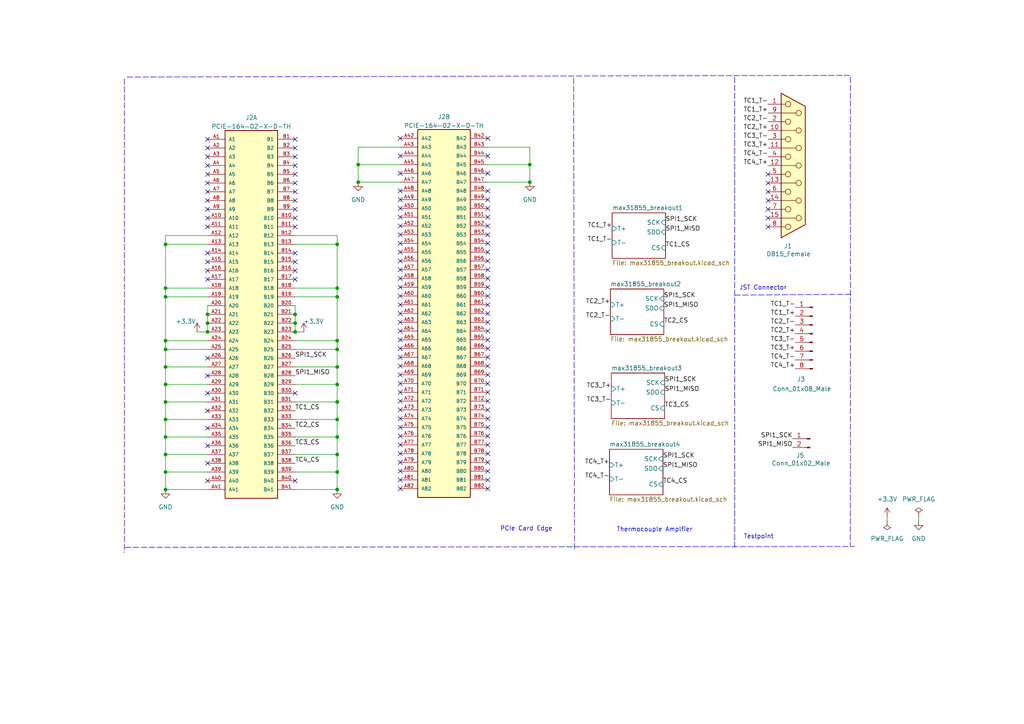
<source format=kicad_sch>
(kicad_sch (version 20211123) (generator eeschema)
  (paper "A4")
  (lib_symbols
    (symbol "Connector:Conn_01x02_Male" (pin_names (offset 1.016) hide)
      (property "Reference" "J" (at 0 2.54 0))
      (property "Value" "Conn_01x02_Male" (at 0 -5.08 0))
      (symbol "Conn_01x02_Male_1_1"
        (polyline (pts (xy 1.27 -2.54) (xy 0.8636 -2.54)) (stroke (width 0.1524)))
        (polyline (pts (xy 1.27 0) (xy 0.8636 0)) (stroke (width 0.1524)))
        (rectangle (start 0.8636 -2.413) (end 0 -2.667) (stroke (width 0.1524)) (fill (type outline)))
        (rectangle (start 0.8636 0.127) (end 0 -0.127) (stroke (width 0.1524)) (fill (type outline)))
        (pin passive line (at 5.08 0 180) (length 3.81) (name "Pin_1") (number "1"))
        (pin passive line (at 5.08 -2.54 180) (length 3.81) (name "Pin_2") (number "2"))
      )
    )
    (symbol "Connector:Conn_01x08_Male" (pin_names (offset 1.016) hide)
      (property "Reference" "J" (at 0 10.16 0))
      (property "Value" "Conn_01x08_Male" (at 0 -12.7 0))
      (symbol "Conn_01x08_Male_1_1"
        (polyline (pts (xy 1.27 -10.16) (xy 0.8636 -10.16)) (stroke (width 0.1524)))
        (polyline (pts (xy 1.27 -7.62) (xy 0.8636 -7.62)) (stroke (width 0.1524)))
        (polyline (pts (xy 1.27 -5.08) (xy 0.8636 -5.08)) (stroke (width 0.1524)))
        (polyline (pts (xy 1.27 -2.54) (xy 0.8636 -2.54)) (stroke (width 0.1524)))
        (polyline (pts (xy 1.27 0) (xy 0.8636 0)) (stroke (width 0.1524)))
        (polyline (pts (xy 1.27 2.54) (xy 0.8636 2.54)) (stroke (width 0.1524)))
        (polyline (pts (xy 1.27 5.08) (xy 0.8636 5.08)) (stroke (width 0.1524)))
        (polyline (pts (xy 1.27 7.62) (xy 0.8636 7.62)) (stroke (width 0.1524)))
        (rectangle (start 0.8636 -10.033) (end 0 -10.287) (stroke (width 0.1524)) (fill (type outline)))
        (rectangle (start 0.8636 -7.493) (end 0 -7.747) (stroke (width 0.1524)) (fill (type outline)))
        (rectangle (start 0.8636 -4.953) (end 0 -5.207) (stroke (width 0.1524)) (fill (type outline)))
        (rectangle (start 0.8636 -2.413) (end 0 -2.667) (stroke (width 0.1524)) (fill (type outline)))
        (rectangle (start 0.8636 0.127) (end 0 -0.127) (stroke (width 0.1524)) (fill (type outline)))
        (rectangle (start 0.8636 2.667) (end 0 2.413) (stroke (width 0.1524)) (fill (type outline)))
        (rectangle (start 0.8636 5.207) (end 0 4.953) (stroke (width 0.1524)) (fill (type outline)))
        (rectangle (start 0.8636 7.747) (end 0 7.493) (stroke (width 0.1524)) (fill (type outline)))
        (pin passive line (at 5.08 7.62 180) (length 3.81) (name "Pin_1") (number "1"))
        (pin passive line (at 5.08 5.08 180) (length 3.81) (name "Pin_2") (number "2"))
        (pin passive line (at 5.08 2.54 180) (length 3.81) (name "Pin_3") (number "3"))
        (pin passive line (at 5.08 0 180) (length 3.81) (name "Pin_4") (number "4"))
        (pin passive line (at 5.08 -2.54 180) (length 3.81) (name "Pin_5") (number "5"))
        (pin passive line (at 5.08 -5.08 180) (length 3.81) (name "Pin_6") (number "6"))
        (pin passive line (at 5.08 -7.62 180) (length 3.81) (name "Pin_7") (number "7"))
        (pin passive line (at 5.08 -10.16 180) (length 3.81) (name "Pin_8") (number "8"))
      )
    )
    (symbol "Connector:DB15_Female" (pin_names (offset 1.016) hide)
      (property "Reference" "J" (at 0.508 21.59 0))
      (property "Value" "DB15_Female" (at 0 -22.225 0))
      (symbol "DB15_Female_0_1"
        (circle (center -1.778 -17.78) (radius 0.762))
        (circle (center -1.778 -12.7) (radius 0.762))
        (circle (center -1.778 -7.62) (radius 0.762))
        (circle (center -1.778 -2.54) (radius 0.762))
        (circle (center -1.778 2.54) (radius 0.762))
        (circle (center -1.778 7.62) (radius 0.762))
        (circle (center -1.778 12.7) (radius 0.762))
        (circle (center -1.778 17.78) (radius 0.762))
        (polyline (pts (xy -3.81 -17.78) (xy -2.54 -17.78)))
        (polyline (pts (xy -3.81 -15.24) (xy 0.508 -15.24)))
        (polyline (pts (xy -3.81 -12.7) (xy -2.54 -12.7)))
        (polyline (pts (xy -3.81 -10.16) (xy 0.508 -10.16)))
        (polyline (pts (xy -3.81 -7.62) (xy -2.54 -7.62)))
        (polyline (pts (xy -3.81 -5.08) (xy 0.508 -5.08)))
        (polyline (pts (xy -3.81 -2.54) (xy -2.54 -2.54)))
        (polyline (pts (xy -3.81 0) (xy 0.508 0)))
        (polyline (pts (xy -3.81 2.54) (xy -2.54 2.54)))
        (polyline (pts (xy -3.81 5.08) (xy 0.508 5.08)))
        (polyline (pts (xy -3.81 7.62) (xy -2.54 7.62)))
        (polyline (pts (xy -3.81 10.16) (xy 0.508 10.16)))
        (polyline (pts (xy -3.81 12.7) (xy -2.54 12.7)))
        (polyline (pts (xy -3.81 15.24) (xy 0.508 15.24)))
        (polyline (pts (xy -3.81 17.78) (xy -2.54 17.78)))
        (polyline (pts (xy -3.81 20.955) (xy 3.175 17.145) (xy 3.175 -17.145) (xy -3.81 -20.955) (xy -3.81 20.955)) (stroke (width 0.254)) (fill (type background)))
        (circle (center 1.27 -15.24) (radius 0.762))
        (circle (center 1.27 -10.16) (radius 0.762))
        (circle (center 1.27 -5.08) (radius 0.762))
        (circle (center 1.27 0) (radius 0.762))
        (circle (center 1.27 5.08) (radius 0.762))
        (circle (center 1.27 10.16) (radius 0.762))
        (circle (center 1.27 15.24) (radius 0.762))
      )
      (symbol "DB15_Female_1_1"
        (pin passive line (at -7.62 17.78 0) (length 3.81) (name "1") (number "1"))
        (pin passive line (at -7.62 10.16 0) (length 3.81) (name "P10") (number "10"))
        (pin passive line (at -7.62 5.08 0) (length 3.81) (name "P111") (number "11"))
        (pin passive line (at -7.62 0 0) (length 3.81) (name "P12") (number "12"))
        (pin passive line (at -7.62 -5.08 0) (length 3.81) (name "P13") (number "13"))
        (pin passive line (at -7.62 -10.16 0) (length 3.81) (name "P14") (number "14"))
        (pin passive line (at -7.62 -15.24 0) (length 3.81) (name "P15") (number "15"))
        (pin passive line (at -7.62 12.7 0) (length 3.81) (name "2") (number "2"))
        (pin passive line (at -7.62 7.62 0) (length 3.81) (name "3") (number "3"))
        (pin passive line (at -7.62 2.54 0) (length 3.81) (name "4") (number "4"))
        (pin passive line (at -7.62 -2.54 0) (length 3.81) (name "5") (number "5"))
        (pin passive line (at -7.62 -7.62 0) (length 3.81) (name "6") (number "6"))
        (pin passive line (at -7.62 -12.7 0) (length 3.81) (name "7") (number "7"))
        (pin passive line (at -7.62 -17.78 0) (length 3.81) (name "8") (number "8"))
        (pin passive line (at -7.62 15.24 0) (length 3.81) (name "P9") (number "9"))
      )
    )
    (symbol "PCIE-164-02-X-D-TH:PCIE-164-02-X-D-TH" (pin_names (offset 1.016))
      (property "Reference" "J" (at -7.62 54.102 0))
      (property "Value" "PCIE-164-02-X-D-TH" (at -7.62 -55.88 0))
      (symbol "PCIE-164-02-X-D-TH_1_0"
        (rectangle (start -7.62 -53.34) (end 7.62 53.34) (stroke (width 0.254)) (fill (type background)))
        (pin passive line (at -12.7 50.8 0) (length 5.08) (name "A1") (number "A1"))
        (pin passive line (at -12.7 27.94 0) (length 5.08) (name "A10") (number "A10"))
        (pin passive line (at -12.7 25.4 0) (length 5.08) (name "A11") (number "A11"))
        (pin passive line (at -12.7 22.86 0) (length 5.08) (name "A12") (number "A12"))
        (pin passive line (at -12.7 20.32 0) (length 5.08) (name "A13") (number "A13"))
        (pin passive line (at -12.7 17.78 0) (length 5.08) (name "A14") (number "A14"))
        (pin passive line (at -12.7 15.24 0) (length 5.08) (name "A15") (number "A15"))
        (pin passive line (at -12.7 12.7 0) (length 5.08) (name "A16") (number "A16"))
        (pin passive line (at -12.7 10.16 0) (length 5.08) (name "A17") (number "A17"))
        (pin passive line (at -12.7 7.62 0) (length 5.08) (name "A18") (number "A18"))
        (pin passive line (at -12.7 5.08 0) (length 5.08) (name "A19") (number "A19"))
        (pin passive line (at -12.7 48.26 0) (length 5.08) (name "A2") (number "A2"))
        (pin passive line (at -12.7 2.54 0) (length 5.08) (name "A20") (number "A20"))
        (pin passive line (at -12.7 0 0) (length 5.08) (name "A21") (number "A21"))
        (pin passive line (at -12.7 -2.54 0) (length 5.08) (name "A22") (number "A22"))
        (pin passive line (at -12.7 -5.08 0) (length 5.08) (name "A23") (number "A23"))
        (pin passive line (at -12.7 -7.62 0) (length 5.08) (name "A24") (number "A24"))
        (pin passive line (at -12.7 -10.16 0) (length 5.08) (name "A25") (number "A25"))
        (pin passive line (at -12.7 -12.7 0) (length 5.08) (name "A26") (number "A26"))
        (pin passive line (at -12.7 -15.24 0) (length 5.08) (name "A27") (number "A27"))
        (pin passive line (at -12.7 -17.78 0) (length 5.08) (name "A28") (number "A28"))
        (pin passive line (at -12.7 -20.32 0) (length 5.08) (name "A29") (number "A29"))
        (pin passive line (at -12.7 45.72 0) (length 5.08) (name "A3") (number "A3"))
        (pin passive line (at -12.7 -22.86 0) (length 5.08) (name "A30") (number "A30"))
        (pin passive line (at -12.7 -25.4 0) (length 5.08) (name "A31") (number "A31"))
        (pin passive line (at -12.7 -27.94 0) (length 5.08) (name "A32") (number "A32"))
        (pin passive line (at -12.7 -30.48 0) (length 5.08) (name "A33") (number "A33"))
        (pin passive line (at -12.7 -33.02 0) (length 5.08) (name "A34") (number "A34"))
        (pin passive line (at -12.7 -35.56 0) (length 5.08) (name "A35") (number "A35"))
        (pin passive line (at -12.7 -38.1 0) (length 5.08) (name "A36") (number "A36"))
        (pin passive line (at -12.7 -40.64 0) (length 5.08) (name "A37") (number "A37"))
        (pin passive line (at -12.7 -43.18 0) (length 5.08) (name "A38") (number "A38"))
        (pin passive line (at -12.7 -45.72 0) (length 5.08) (name "A39") (number "A39"))
        (pin passive line (at -12.7 43.18 0) (length 5.08) (name "A4") (number "A4"))
        (pin passive line (at -12.7 -48.26 0) (length 5.08) (name "A40") (number "A40"))
        (pin passive line (at -12.7 -50.8 0) (length 5.08) (name "A41") (number "A41"))
        (pin passive line (at -12.7 40.64 0) (length 5.08) (name "A5") (number "A5"))
        (pin passive line (at -12.7 38.1 0) (length 5.08) (name "A6") (number "A6"))
        (pin passive line (at -12.7 35.56 0) (length 5.08) (name "A7") (number "A7"))
        (pin passive line (at -12.7 33.02 0) (length 5.08) (name "A8") (number "A8"))
        (pin passive line (at -12.7 30.48 0) (length 5.08) (name "A9") (number "A9"))
        (pin passive line (at 12.7 50.8 180) (length 5.08) (name "B1") (number "B1"))
        (pin passive line (at 12.7 27.94 180) (length 5.08) (name "B10") (number "B10"))
        (pin passive line (at 12.7 25.4 180) (length 5.08) (name "B11") (number "B11"))
        (pin passive line (at 12.7 22.86 180) (length 5.08) (name "B12") (number "B12"))
        (pin passive line (at 12.7 20.32 180) (length 5.08) (name "B13") (number "B13"))
        (pin passive line (at 12.7 17.78 180) (length 5.08) (name "B14") (number "B14"))
        (pin passive line (at 12.7 15.24 180) (length 5.08) (name "B15") (number "B15"))
        (pin passive line (at 12.7 12.7 180) (length 5.08) (name "B16") (number "B16"))
        (pin passive line (at 12.7 10.16 180) (length 5.08) (name "B17") (number "B17"))
        (pin passive line (at 12.7 7.62 180) (length 5.08) (name "B18") (number "B18"))
        (pin passive line (at 12.7 5.08 180) (length 5.08) (name "B19") (number "B19"))
        (pin passive line (at 12.7 48.26 180) (length 5.08) (name "B2") (number "B2"))
        (pin passive line (at 12.7 2.54 180) (length 5.08) (name "B20") (number "B20"))
        (pin passive line (at 12.7 0 180) (length 5.08) (name "B21") (number "B21"))
        (pin passive line (at 12.7 -2.54 180) (length 5.08) (name "B22") (number "B22"))
        (pin passive line (at 12.7 -5.08 180) (length 5.08) (name "B23") (number "B23"))
        (pin passive line (at 12.7 -7.62 180) (length 5.08) (name "B24") (number "B24"))
        (pin passive line (at 12.7 -10.16 180) (length 5.08) (name "B25") (number "B25"))
        (pin passive line (at 12.7 -12.7 180) (length 5.08) (name "B26") (number "B26"))
        (pin passive line (at 12.7 -15.24 180) (length 5.08) (name "B27") (number "B27"))
        (pin passive line (at 12.7 -17.78 180) (length 5.08) (name "B28") (number "B28"))
        (pin passive line (at 12.7 -20.32 180) (length 5.08) (name "B29") (number "B29"))
        (pin passive line (at 12.7 45.72 180) (length 5.08) (name "B3") (number "B3"))
        (pin passive line (at 12.7 -22.86 180) (length 5.08) (name "B30") (number "B30"))
        (pin passive line (at 12.7 -25.4 180) (length 5.08) (name "B31") (number "B31"))
        (pin passive line (at 12.7 -27.94 180) (length 5.08) (name "B32") (number "B32"))
        (pin passive line (at 12.7 -30.48 180) (length 5.08) (name "B33") (number "B33"))
        (pin passive line (at 12.7 -33.02 180) (length 5.08) (name "B34") (number "B34"))
        (pin passive line (at 12.7 -35.56 180) (length 5.08) (name "B35") (number "B35"))
        (pin passive line (at 12.7 -38.1 180) (length 5.08) (name "B36") (number "B36"))
        (pin passive line (at 12.7 -40.64 180) (length 5.08) (name "B37") (number "B37"))
        (pin passive line (at 12.7 -43.18 180) (length 5.08) (name "B38") (number "B38"))
        (pin passive line (at 12.7 -45.72 180) (length 5.08) (name "B39") (number "B39"))
        (pin passive line (at 12.7 43.18 180) (length 5.08) (name "B4") (number "B4"))
        (pin passive line (at 12.7 -48.26 180) (length 5.08) (name "B40") (number "B40"))
        (pin passive line (at 12.7 -50.8 180) (length 5.08) (name "B41") (number "B41"))
        (pin passive line (at 12.7 40.64 180) (length 5.08) (name "B5") (number "B5"))
        (pin passive line (at 12.7 38.1 180) (length 5.08) (name "B6") (number "B6"))
        (pin passive line (at 12.7 35.56 180) (length 5.08) (name "B7") (number "B7"))
        (pin passive line (at 12.7 33.02 180) (length 5.08) (name "B8") (number "B8"))
        (pin passive line (at 12.7 30.48 180) (length 5.08) (name "B9") (number "B9"))
      )
      (symbol "PCIE-164-02-X-D-TH_2_0"
        (rectangle (start -7.62 -53.34) (end 7.62 53.34) (stroke (width 0.254)) (fill (type background)))
        (pin passive line (at -12.7 50.8 0) (length 5.08) (name "A42") (number "A42"))
        (pin passive line (at -12.7 48.26 0) (length 5.08) (name "A43") (number "A43"))
        (pin passive line (at -12.7 45.72 0) (length 5.08) (name "A44") (number "A44"))
        (pin passive line (at -12.7 43.18 0) (length 5.08) (name "A45") (number "A45"))
        (pin passive line (at -12.7 40.64 0) (length 5.08) (name "A46") (number "A46"))
        (pin passive line (at -12.7 38.1 0) (length 5.08) (name "A47") (number "A47"))
        (pin passive line (at -12.7 35.56 0) (length 5.08) (name "A48") (number "A48"))
        (pin passive line (at -12.7 33.02 0) (length 5.08) (name "A49") (number "A49"))
        (pin passive line (at -12.7 30.48 0) (length 5.08) (name "A50") (number "A50"))
        (pin passive line (at -12.7 27.94 0) (length 5.08) (name "A51") (number "A51"))
        (pin passive line (at -12.7 25.4 0) (length 5.08) (name "A52") (number "A52"))
        (pin passive line (at -12.7 22.86 0) (length 5.08) (name "A53") (number "A53"))
        (pin passive line (at -12.7 20.32 0) (length 5.08) (name "A54") (number "A54"))
        (pin passive line (at -12.7 17.78 0) (length 5.08) (name "A55") (number "A55"))
        (pin passive line (at -12.7 15.24 0) (length 5.08) (name "A56") (number "A56"))
        (pin passive line (at -12.7 12.7 0) (length 5.08) (name "A57") (number "A57"))
        (pin passive line (at -12.7 10.16 0) (length 5.08) (name "A58") (number "A58"))
        (pin passive line (at -12.7 7.62 0) (length 5.08) (name "A59") (number "A59"))
        (pin passive line (at -12.7 5.08 0) (length 5.08) (name "A60") (number "A60"))
        (pin passive line (at -12.7 2.54 0) (length 5.08) (name "A61") (number "A61"))
        (pin passive line (at -12.7 0 0) (length 5.08) (name "A62") (number "A62"))
        (pin passive line (at -12.7 -2.54 0) (length 5.08) (name "A63") (number "A63"))
        (pin passive line (at -12.7 -5.08 0) (length 5.08) (name "A64") (number "A64"))
        (pin passive line (at -12.7 -7.62 0) (length 5.08) (name "A65") (number "A65"))
        (pin passive line (at -12.7 -10.16 0) (length 5.08) (name "A66") (number "A66"))
        (pin passive line (at -12.7 -12.7 0) (length 5.08) (name "A67") (number "A67"))
        (pin passive line (at -12.7 -15.24 0) (length 5.08) (name "A68") (number "A68"))
        (pin passive line (at -12.7 -17.78 0) (length 5.08) (name "A69") (number "A69"))
        (pin passive line (at -12.7 -20.32 0) (length 5.08) (name "A70") (number "A70"))
        (pin passive line (at -12.7 -22.86 0) (length 5.08) (name "A71") (number "A71"))
        (pin passive line (at -12.7 -25.4 0) (length 5.08) (name "A72") (number "A72"))
        (pin passive line (at -12.7 -27.94 0) (length 5.08) (name "A73") (number "A73"))
        (pin passive line (at -12.7 -30.48 0) (length 5.08) (name "A74") (number "A74"))
        (pin passive line (at -12.7 -33.02 0) (length 5.08) (name "A75") (number "A75"))
        (pin passive line (at -12.7 -35.56 0) (length 5.08) (name "A76") (number "A76"))
        (pin passive line (at -12.7 -38.1 0) (length 5.08) (name "A77") (number "A77"))
        (pin passive line (at -12.7 -40.64 0) (length 5.08) (name "A78") (number "A78"))
        (pin passive line (at -12.7 -43.18 0) (length 5.08) (name "A79") (number "A79"))
        (pin passive line (at -12.7 -45.72 0) (length 5.08) (name "A80") (number "A80"))
        (pin passive line (at -12.7 -48.26 0) (length 5.08) (name "A81") (number "A81"))
        (pin passive line (at -12.7 -50.8 0) (length 5.08) (name "A82") (number "A82"))
        (pin passive line (at 12.7 50.8 180) (length 5.08) (name "B42") (number "B42"))
        (pin passive line (at 12.7 48.26 180) (length 5.08) (name "B43") (number "B43"))
        (pin passive line (at 12.7 45.72 180) (length 5.08) (name "B44") (number "B44"))
        (pin passive line (at 12.7 43.18 180) (length 5.08) (name "B45") (number "B45"))
        (pin passive line (at 12.7 40.64 180) (length 5.08) (name "B46") (number "B46"))
        (pin passive line (at 12.7 38.1 180) (length 5.08) (name "B47") (number "B47"))
        (pin passive line (at 12.7 35.56 180) (length 5.08) (name "B48") (number "B48"))
        (pin passive line (at 12.7 33.02 180) (length 5.08) (name "B49") (number "B49"))
        (pin passive line (at 12.7 30.48 180) (length 5.08) (name "B50") (number "B50"))
        (pin passive line (at 12.7 27.94 180) (length 5.08) (name "B51") (number "B51"))
        (pin passive line (at 12.7 25.4 180) (length 5.08) (name "B52") (number "B52"))
        (pin passive line (at 12.7 22.86 180) (length 5.08) (name "B53") (number "B53"))
        (pin passive line (at 12.7 20.32 180) (length 5.08) (name "B54") (number "B54"))
        (pin passive line (at 12.7 17.78 180) (length 5.08) (name "B55") (number "B55"))
        (pin passive line (at 12.7 15.24 180) (length 5.08) (name "B56") (number "B56"))
        (pin passive line (at 12.7 12.7 180) (length 5.08) (name "B57") (number "B57"))
        (pin passive line (at 12.7 10.16 180) (length 5.08) (name "B58") (number "B58"))
        (pin passive line (at 12.7 7.62 180) (length 5.08) (name "B59") (number "B59"))
        (pin passive line (at 12.7 5.08 180) (length 5.08) (name "B60") (number "B60"))
        (pin passive line (at 12.7 2.54 180) (length 5.08) (name "B61") (number "B61"))
        (pin passive line (at 12.7 0 180) (length 5.08) (name "B62") (number "B62"))
        (pin passive line (at 12.7 -2.54 180) (length 5.08) (name "B63") (number "B63"))
        (pin passive line (at 12.7 -5.08 180) (length 5.08) (name "B64") (number "B64"))
        (pin passive line (at 12.7 -7.62 180) (length 5.08) (name "B65") (number "B65"))
        (pin passive line (at 12.7 -10.16 180) (length 5.08) (name "B66") (number "B66"))
        (pin passive line (at 12.7 -12.7 180) (length 5.08) (name "B67") (number "B67"))
        (pin passive line (at 12.7 -15.24 180) (length 5.08) (name "B68") (number "B68"))
        (pin passive line (at 12.7 -17.78 180) (length 5.08) (name "B69") (number "B69"))
        (pin passive line (at 12.7 -20.32 180) (length 5.08) (name "B70") (number "B70"))
        (pin passive line (at 12.7 -22.86 180) (length 5.08) (name "B71") (number "B71"))
        (pin passive line (at 12.7 -25.4 180) (length 5.08) (name "B72") (number "B72"))
        (pin passive line (at 12.7 -27.94 180) (length 5.08) (name "B73") (number "B73"))
        (pin passive line (at 12.7 -30.48 180) (length 5.08) (name "B74") (number "B74"))
        (pin passive line (at 12.7 -33.02 180) (length 5.08) (name "B75") (number "B75"))
        (pin passive line (at 12.7 -35.56 180) (length 5.08) (name "B76") (number "B76"))
        (pin passive line (at 12.7 -38.1 180) (length 5.08) (name "B77") (number "B77"))
        (pin passive line (at 12.7 -40.64 180) (length 5.08) (name "B78") (number "B78"))
        (pin passive line (at 12.7 -43.18 180) (length 5.08) (name "B79") (number "B79"))
        (pin passive line (at 12.7 -45.72 180) (length 5.08) (name "B80") (number "B80"))
        (pin passive line (at 12.7 -48.26 180) (length 5.08) (name "B81") (number "B81"))
        (pin passive line (at 12.7 -50.8 180) (length 5.08) (name "B82") (number "B82"))
      )
    )
    (symbol "power:+3.3V" (power) (pin_names (offset 0))
      (property "Value" "+3.3V" (at 0 3.556 0))
      (symbol "+3.3V_0_1"
        (polyline (pts (xy -0.762 1.27) (xy 0 2.54)))
        (polyline (pts (xy 0 0) (xy 0 2.54)))
        (polyline (pts (xy 0 2.54) (xy 0.762 1.27)))
      )
      (symbol "+3.3V_1_1"
        (pin power_in line (at 0 0 90) (length 0) hide (name "+3.3V") (number "1"))
      )
    )
    (symbol "power:GND" (power) (pin_names (offset 0))
      (property "Value" "GND" (at 0 -3.81 0))
      (symbol "GND_0_1"
        (polyline (pts (xy 0 0) (xy 0 -1.27) (xy 1.27 -1.27) (xy 0 -2.54) (xy -1.27 -1.27) (xy 0 -1.27)))
      )
      (symbol "GND_1_1"
        (pin power_in line (at 0 0 270) (length 0) hide (name "GND") (number "1"))
      )
    )
    (symbol "power:PWR_FLAG" (power) (pin_numbers hide) (pin_names (offset 0) hide)
      (property "Value" "PWR_FLAG" (at 0 3.81 0))
      (symbol "PWR_FLAG_0_0"
        (pin power_out line (at 0 0 90) (length 0) (name "pwr") (number "1"))
      )
      (symbol "PWR_FLAG_0_1"
        (polyline (pts (xy 0 0) (xy 0 1.27) (xy -1.016 1.905) (xy 0 2.54) (xy 1.016 1.905) (xy 0 1.27)))
      )
    )
  )
  (junction (at 103.886 52.832))
  (junction (at 48.006 141.986))
  (junction (at 97.79 70.866))
  (junction (at 48.006 98.806))
  (junction (at 48.006 106.426))
  (junction (at 48.006 111.506))
  (junction (at 153.67 52.832))
  (junction (at 97.79 106.426))
  (junction (at 97.79 141.986))
  (junction (at 48.006 86.106))
  (junction (at 48.006 121.666))
  (junction (at 60.198 96.266))
  (junction (at 85.598 96.266))
  (junction (at 97.79 116.586))
  (junction (at 103.886 47.752))
  (junction (at 48.006 83.566))
  (junction (at 85.598 91.186))
  (junction (at 97.79 131.826))
  (junction (at 48.006 136.906))
  (junction (at 97.79 136.906))
  (junction (at 48.006 101.346))
  (junction (at 60.198 91.186))
  (junction (at 97.79 83.566))
  (junction (at 48.006 116.586))
  (junction (at 97.79 98.806))
  (junction (at 97.79 86.106))
  (junction (at 48.006 131.826))
  (junction (at 48.006 126.746))
  (junction (at 60.198 93.726))
  (junction (at 48.006 70.866))
  (junction (at 97.79 101.346))
  (junction (at 85.598 93.726))
  (junction (at 97.79 126.746))
  (junction (at 153.67 47.752))
  (junction (at 97.79 121.666))
  (junction (at 97.79 111.506))
  (no_connect (at 141.478 126.492))
  (no_connect (at 141.478 108.712))
  (no_connect (at 60.198 108.966))
  (no_connect (at 60.198 48.006))
  (no_connect (at 141.478 50.292))
  (no_connect (at 141.478 96.012))
  (no_connect (at 141.478 80.772))
  (no_connect (at 116.078 45.212))
  (no_connect (at 141.478 85.852))
  (no_connect (at 116.078 129.032))
  (no_connect (at 85.598 78.486))
  (no_connect (at 141.478 40.132))
  (no_connect (at 116.078 90.932))
  (no_connect (at 141.478 93.472))
  (no_connect (at 222.758 50.546))
  (no_connect (at 85.598 58.166))
  (no_connect (at 60.198 139.446))
  (no_connect (at 141.478 88.392))
  (no_connect (at 60.198 129.286))
  (no_connect (at 116.078 111.252))
  (no_connect (at 85.598 40.386))
  (no_connect (at 222.758 53.086))
  (no_connect (at 116.078 118.872))
  (no_connect (at 116.078 121.412))
  (no_connect (at 85.598 42.926))
  (no_connect (at 60.198 65.786))
  (no_connect (at 222.758 58.166))
  (no_connect (at 222.758 60.706))
  (no_connect (at 116.078 123.952))
  (no_connect (at 116.078 60.452))
  (no_connect (at 116.078 50.292))
  (no_connect (at 116.078 70.612))
  (no_connect (at 85.598 60.706))
  (no_connect (at 60.198 42.926))
  (no_connect (at 116.078 108.712))
  (no_connect (at 116.078 75.692))
  (no_connect (at 141.478 116.332))
  (no_connect (at 116.078 80.772))
  (no_connect (at 141.478 57.912))
  (no_connect (at 60.198 63.246))
  (no_connect (at 116.078 78.232))
  (no_connect (at 85.598 50.546))
  (no_connect (at 116.078 106.172))
  (no_connect (at 116.078 85.852))
  (no_connect (at 85.598 73.406))
  (no_connect (at 141.478 65.532))
  (no_connect (at 60.198 45.466))
  (no_connect (at 116.078 136.652))
  (no_connect (at 222.758 63.246))
  (no_connect (at 222.758 55.626))
  (no_connect (at 60.198 73.406))
  (no_connect (at 141.478 62.992))
  (no_connect (at 141.478 101.092))
  (no_connect (at 60.198 55.626))
  (no_connect (at 85.598 55.626))
  (no_connect (at 116.078 139.192))
  (no_connect (at 141.478 98.552))
  (no_connect (at 116.078 126.492))
  (no_connect (at 141.478 70.612))
  (no_connect (at 116.078 103.632))
  (no_connect (at 141.478 45.212))
  (no_connect (at 85.598 114.046))
  (no_connect (at 141.478 141.732))
  (no_connect (at 116.078 88.392))
  (no_connect (at 141.478 55.372))
  (no_connect (at 60.198 103.886))
  (no_connect (at 116.078 96.012))
  (no_connect (at 60.198 53.086))
  (no_connect (at 141.478 131.572))
  (no_connect (at 60.198 81.026))
  (no_connect (at 141.478 121.412))
  (no_connect (at 116.078 134.112))
  (no_connect (at 141.478 73.152))
  (no_connect (at 85.598 53.086))
  (no_connect (at 116.078 62.992))
  (no_connect (at 116.078 68.072))
  (no_connect (at 141.478 123.952))
  (no_connect (at 141.478 68.072))
  (no_connect (at 141.478 134.112))
  (no_connect (at 60.198 60.706))
  (no_connect (at 60.198 58.166))
  (no_connect (at 85.598 75.946))
  (no_connect (at 60.198 50.546))
  (no_connect (at 141.478 113.792))
  (no_connect (at 116.078 40.132))
  (no_connect (at 116.078 65.532))
  (no_connect (at 116.078 131.572))
  (no_connect (at 116.078 57.912))
  (no_connect (at 141.478 90.932))
  (no_connect (at 141.478 103.632))
  (no_connect (at 141.478 83.312))
  (no_connect (at 141.478 75.692))
  (no_connect (at 141.478 60.452))
  (no_connect (at 141.478 129.032))
  (no_connect (at 222.758 65.786))
  (no_connect (at 60.198 134.366))
  (no_connect (at 116.078 141.732))
  (no_connect (at 85.598 139.446))
  (no_connect (at 60.198 75.946))
  (no_connect (at 141.478 136.652))
  (no_connect (at 141.478 118.872))
  (no_connect (at 60.198 124.206))
  (no_connect (at 85.598 81.026))
  (no_connect (at 116.078 93.472))
  (no_connect (at 60.198 114.046))
  (no_connect (at 141.478 78.232))
  (no_connect (at 116.078 113.792))
  (no_connect (at 116.078 116.332))
  (no_connect (at 60.198 78.486))
  (no_connect (at 116.078 98.552))
  (no_connect (at 116.078 101.092))
  (no_connect (at 141.478 111.252))
  (no_connect (at 85.598 48.006))
  (no_connect (at 85.598 45.466))
  (no_connect (at 116.078 73.152))
  (no_connect (at 141.478 106.172))
  (no_connect (at 60.198 40.386))
  (no_connect (at 141.478 139.192))
  (no_connect (at 116.078 83.312))
  (no_connect (at 85.598 65.786))
  (no_connect (at 116.078 55.372))
  (no_connect (at 60.198 119.126))
  (no_connect (at 85.598 63.246))
  (wire (pts (xy 97.79 111.506) (xy 97.79 116.586)))
  (wire (pts (xy 48.006 101.346) (xy 60.198 101.346)))
  (wire (pts (xy 60.198 70.866) (xy 48.006 70.866)))
  (wire (pts (xy 48.006 68.326) (xy 60.198 68.326)))
  (polyline (pts (xy 213.106 22.352) (xy 213.106 158.75)))
  (wire (pts (xy 48.006 70.866) (xy 48.006 83.566)))
  (wire (pts (xy 97.79 141.986) (xy 85.598 141.986)))
  (wire (pts (xy 153.67 42.672) (xy 141.478 42.672)))
  (wire (pts (xy 266.446 149.86) (xy 266.446 151.13)))
  (wire (pts (xy 48.006 101.346) (xy 48.006 106.426)))
  (wire (pts (xy 97.79 106.426) (xy 97.79 111.506)))
  (wire (pts (xy 97.79 83.566) (xy 85.598 83.566)))
  (wire (pts (xy 85.598 93.726) (xy 85.598 96.266)))
  (wire (pts (xy 97.79 126.746) (xy 85.598 126.746)))
  (wire (pts (xy 97.79 121.666) (xy 85.598 121.666)))
  (wire (pts (xy 97.79 126.746) (xy 97.79 121.666)))
  (wire (pts (xy 97.79 101.346) (xy 85.598 101.346)))
  (wire (pts (xy 48.006 126.746) (xy 60.198 126.746)))
  (wire (pts (xy 97.79 136.906) (xy 85.598 136.906)))
  (wire (pts (xy 48.006 131.826) (xy 48.006 136.906)))
  (wire (pts (xy 48.006 116.586) (xy 60.198 116.586)))
  (polyline (pts (xy 213.106 85.598) (xy 246.888 85.344)))
  (polyline (pts (xy 36.068 22.86) (xy 36.068 160.274)))
  (wire (pts (xy 97.79 136.906) (xy 97.79 141.986)))
  (wire (pts (xy 153.67 47.752) (xy 141.478 47.752)))
  (wire (pts (xy 85.598 88.646) (xy 85.598 91.186)))
  (wire (pts (xy 97.79 106.426) (xy 85.598 106.426)))
  (wire (pts (xy 48.006 106.426) (xy 60.198 106.426)))
  (wire (pts (xy 48.006 106.426) (xy 48.006 111.506)))
  (wire (pts (xy 60.198 93.726) (xy 60.198 96.266)))
  (wire (pts (xy 97.79 83.566) (xy 97.79 86.106)))
  (wire (pts (xy 103.886 42.672) (xy 103.886 47.752)))
  (polyline (pts (xy 166.624 159.258) (xy 166.37 22.352)))
  (wire (pts (xy 85.598 98.806) (xy 97.79 98.806)))
  (wire (pts (xy 97.79 70.866) (xy 97.79 83.566)))
  (wire (pts (xy 103.886 42.672) (xy 116.078 42.672)))
  (wire (pts (xy 103.886 47.752) (xy 103.886 52.832)))
  (wire (pts (xy 85.598 96.266) (xy 88.138 96.266)))
  (wire (pts (xy 97.79 98.806) (xy 97.79 101.346)))
  (wire (pts (xy 60.198 88.646) (xy 60.198 91.186)))
  (wire (pts (xy 48.006 68.326) (xy 48.006 70.866)))
  (wire (pts (xy 48.006 126.746) (xy 48.006 121.666)))
  (wire (pts (xy 48.006 98.806) (xy 48.006 86.106)))
  (polyline (pts (xy 36.322 158.75) (xy 247.904 158.496)))
  (wire (pts (xy 97.79 98.806) (xy 97.79 86.106)))
  (wire (pts (xy 48.006 98.806) (xy 48.006 101.346)))
  (polyline (pts (xy 36.83 22.352) (xy 247.142 21.844)))
  (wire (pts (xy 48.006 121.666) (xy 60.198 121.666)))
  (wire (pts (xy 85.598 91.186) (xy 85.598 93.726)))
  (wire (pts (xy 48.006 111.506) (xy 48.006 116.586)))
  (wire (pts (xy 97.79 101.346) (xy 97.79 106.426)))
  (wire (pts (xy 57.15 96.266) (xy 60.198 96.266)))
  (wire (pts (xy 97.79 111.506) (xy 85.598 111.506)))
  (wire (pts (xy 103.886 47.752) (xy 116.078 47.752)))
  (wire (pts (xy 103.886 52.832) (xy 116.078 52.832)))
  (wire (pts (xy 48.006 131.826) (xy 60.198 131.826)))
  (wire (pts (xy 97.79 68.326) (xy 85.598 68.326)))
  (wire (pts (xy 97.79 121.666) (xy 97.79 116.586)))
  (wire (pts (xy 48.006 86.106) (xy 60.198 86.106)))
  (wire (pts (xy 60.198 98.806) (xy 48.006 98.806)))
  (wire (pts (xy 48.006 136.906) (xy 60.198 136.906)))
  (wire (pts (xy 97.79 131.826) (xy 85.598 131.826)))
  (wire (pts (xy 257.302 151.13) (xy 257.302 149.86)))
  (wire (pts (xy 85.598 70.866) (xy 97.79 70.866)))
  (wire (pts (xy 48.006 121.666) (xy 48.006 116.586)))
  (wire (pts (xy 97.79 86.106) (xy 85.598 86.106)))
  (wire (pts (xy 48.006 83.566) (xy 48.006 86.106)))
  (wire (pts (xy 153.67 47.752) (xy 153.67 52.832)))
  (wire (pts (xy 97.79 126.746) (xy 97.79 131.826)))
  (wire (pts (xy 97.79 131.826) (xy 97.79 136.906)))
  (wire (pts (xy 60.198 91.186) (xy 60.198 93.726)))
  (wire (pts (xy 97.79 116.586) (xy 85.598 116.586)))
  (wire (pts (xy 48.006 136.906) (xy 48.006 141.986)))
  (wire (pts (xy 48.006 126.746) (xy 48.006 131.826)))
  (polyline (pts (xy 246.634 22.352) (xy 246.634 158.242)))
  (wire (pts (xy 97.79 68.326) (xy 97.79 70.866)))
  (wire (pts (xy 48.006 83.566) (xy 60.198 83.566)))
  (wire (pts (xy 153.67 42.672) (xy 153.67 47.752)))
  (wire (pts (xy 48.006 111.506) (xy 60.198 111.506)))
  (wire (pts (xy 153.67 52.832) (xy 141.478 52.832)))
  (wire (pts (xy 48.006 141.986) (xy 60.198 141.986)))
  (text "Testpoint" (at 215.646 156.464 0) (effects (font (size 1.27 1.27)) (justify left bottom)))
  (text "JST Connector" (at 214.376 84.328 0) (effects (font (size 1.27 1.27)) (justify left bottom)))
  (text "PCIe Card Edge" (at 145.034 154.178 0) (effects (font (size 1.27 1.27)) (justify left bottom)))
  (text "Thermocouple Amplfier" (at 178.816 154.432 0) (effects (font (size 1.27 1.27)) (justify left bottom)))
  (label "TC3_T+" (at 177.292 112.776 180))
  (label "TC2_T+" (at 230.632 96.774 180))
  (label "TC4_T-" (at 230.632 104.394 180))
  (label "TC4_T+" (at 230.632 106.934 180))
  (label "SPI1_SCK" (at 192.786 110.998 0))
  (label "TC3_CS" (at 192.786 118.364 0))
  (label "TC3_CS" (at 85.598 129.286 0))
  (label "TC2_CS" (at 192.532 93.98 0))
  (label "TC1_T-" (at 177.546 70.358 180))
  (label "TC4_T+" (at 176.784 134.874 180))
  (label "TC1_T-" (at 230.632 89.154 180))
  (label "TC1_CS" (at 85.598 119.126 0))
  (label "SPI1_SCK" (at 192.532 86.614 0))
  (label "TC2_T+" (at 177.038 88.392 180))
  (label "TC1_CS" (at 193.04 71.882 0))
  (label "SPI1_SCK" (at 229.87 127.254 180))
  (label "TC3_T+" (at 222.758 42.926 180))
  (label "TC4_T+" (at 222.758 48.006 180))
  (label "SPI1_MISO" (at 229.87 129.794 180))
  (label "TC2_T-" (at 230.632 94.234 180))
  (label "TC4_T-" (at 222.758 45.466 180))
  (label "SPI1_MISO" (at 192.786 113.792 0))
  (label "SPI1_MISO" (at 193.04 67.31 0))
  (label "SPI1_MISO" (at 192.278 135.89 0))
  (label "SPI1_MISO" (at 85.598 108.966 0))
  (label "TC4_CS" (at 85.598 134.366 0))
  (label "SPI1_MISO" (at 192.532 89.408 0))
  (label "TC2_CS" (at 85.598 124.206 0))
  (label "TC4_T-" (at 176.784 138.938 180))
  (label "TC4_CS" (at 192.278 140.462 0))
  (label "TC1_T+" (at 177.546 66.294 180))
  (label "TC1_T+" (at 230.632 91.694 180))
  (label "SPI1_SCK" (at 85.598 103.886 0))
  (label "TC3_T-" (at 177.292 116.84 180))
  (label "TC3_T+" (at 230.632 101.854 180))
  (label "TC1_T-" (at 222.758 30.226 180))
  (label "SPI1_SCK" (at 192.278 133.096 0))
  (label "TC3_T-" (at 222.758 40.386 180))
  (label "TC1_T+" (at 222.758 32.766 180))
  (label "TC2_T-" (at 177.038 92.456 180))
  (label "SPI1_SCK" (at 193.04 64.516 0))
  (label "TC3_T-" (at 230.632 99.314 180))
  (label "TC2_T+" (at 222.758 37.846 180))
  (label "TC2_T-" (at 222.758 35.306 180))
  (symbol (lib_id "PCIE-164-02-X-D-TH:PCIE-164-02-X-D-TH") (at 72.898 91.186 0) (unit 1)
    (property "Reference" "J2" (at 72.898 34.1462 0))
    (property "Value" "PCIE-164-02-X-D-TH" (at 72.898 36.6831 0))
    (property "Footprint" "PCIE-164-02-X-D-TH:SAMTEC_PCIE-164-02-X-D-TH" (effects hide))
    (property "MF" "Samtec" (effects hide))
    (property "DESCRIPTION" "164 Position Female Connector PCI Express™ Gold 0.039 (1.00mm) Black" (effects hide))
    (property "PACKAGE" "None" (effects hide))
    (property "PRICE" "None" (effects hide))
    (property "Package" "None" (effects hide))
    (property "Check_prices" "https://www.snapeda.com/parts/PCIE-164-02-F-D-TH/Samtec+Inc./view-part/?ref=eda" (effects hide))
    (property "Price" "None" (effects hide))
    (property "SnapEDA_Link" "https://www.snapeda.com/parts/PCIE-164-02-F-D-TH/Samtec+Inc./view-part/?ref=snap" (effects hide))
    (property "MP" "PCIE-164-02-F-D-TH" (effects hide))
    (property "Purchase-URL" "https://www.snapeda.com/api/url_track_click_mouser/?unipart_id=378864&manufacturer=Samtec&part_name=PCIE-164-02-F-D-TH&search_term=pcie-164-02-f-d-th" (effects hide))
    (property "Availability" "In Stock" (effects hide))
    (property "AVAILABILITY" "Warning" (effects hide))
    (property "Description" "\n164 Position Female Connector PCI Express™ Gold 0.039 (1.00mm) Black\n" (effects hide))
  )
  (symbol (lib_id "power:GND") (at 97.79 141.986 0) (mirror y) (unit 1)
    (property "Reference" "#PWR06" (effects hide))
    (property "Value" "GND" (at 97.79 147.066 0))
  )
  (symbol (lib_id "Connector:DB15_Female") (at 230.378 48.006 0) (unit 1)
    (property "Reference" "J1" (at 227.33 71.374 0) (effects (justify left)))
    (property "Value" "DB15_Female" (at 222.25 73.66 0) (effects (justify left)))
    (property "Footprint" "DSUB_622-015-260-042:DSUB_622-015-260-042" (effects hide))
    (property "Datasheet" " ~" (effects hide))
  )
  (symbol (lib_id "power:GND") (at 266.446 151.13 0) (unit 1)
    (property "Reference" "#PWR013" (effects hide))
    (property "Value" "GND" (at 266.446 156.21 0))
  )
  (symbol (lib_id "power:+3.3V") (at 257.302 149.86 0) (unit 1)
    (property "Reference" "#PWR012" (effects hide))
    (property "Value" "+3.3V" (at 257.302 144.78 0))
  )
  (symbol (lib_id "power:PWR_FLAG") (at 257.302 151.13 180) (unit 1)
    (property "Reference" "#FLG02" (effects hide))
    (property "Value" "PWR_FLAG" (at 257.302 156.21 0))
  )
  (symbol (lib_id "PCIE-164-02-X-D-TH:PCIE-164-02-X-D-TH") (at 128.778 90.932 0) (unit 2)
    (property "Reference" "J2" (at 128.778 33.8922 0))
    (property "Value" "PCIE-164-02-X-D-TH" (at 128.778 36.4291 0))
    (property "Footprint" "PCIE-164-02-X-D-TH:SAMTEC_PCIE-164-02-X-D-TH" (effects hide))
    (property "MF" "Samtec" (effects hide))
    (property "DESCRIPTION" "164 Position Female Connector PCI Express™ Gold 0.039 (1.00mm) Black" (effects hide))
    (property "PACKAGE" "None" (effects hide))
    (property "PRICE" "None" (effects hide))
    (property "Package" "None" (effects hide))
    (property "Check_prices" "https://www.snapeda.com/parts/PCIE-164-02-F-D-TH/Samtec+Inc./view-part/?ref=eda" (effects hide))
    (property "Price" "None" (effects hide))
    (property "SnapEDA_Link" "https://www.snapeda.com/parts/PCIE-164-02-F-D-TH/Samtec+Inc./view-part/?ref=snap" (effects hide))
    (property "MP" "PCIE-164-02-F-D-TH" (effects hide))
    (property "Purchase-URL" "https://www.snapeda.com/api/url_track_click_mouser/?unipart_id=378864&manufacturer=Samtec&part_name=PCIE-164-02-F-D-TH&search_term=pcie-164-02-f-d-th" (effects hide))
    (property "Availability" "In Stock" (effects hide))
    (property "AVAILABILITY" "Warning" (effects hide))
    (property "Description" "\n164 Position Female Connector PCI Express™ Gold 0.039 (1.00mm) Black\n" (effects hide))
  )
  (symbol (lib_id "power:GND") (at 103.886 52.832 0) (unit 1)
    (property "Reference" "#PWR01" (effects hide))
    (property "Value" "GND" (at 103.886 57.912 0))
  )
  (symbol (lib_id "power:+3.3V") (at 88.138 96.266 0) (unit 1)
    (property "Reference" "#PWR04" (effects hide))
    (property "Value" "+3.3V" (at 90.932 93.218 0))
  )
  (symbol (lib_id "power:GND") (at 48.006 141.986 0) (unit 1)
    (property "Reference" "#PWR05" (effects hide))
    (property "Value" "GND" (at 48.006 147.066 0))
  )
  (symbol (lib_id "power:GND") (at 153.67 52.832 0) (mirror y) (unit 1)
    (property "Reference" "#PWR02" (effects hide))
    (property "Value" "GND" (at 153.67 57.912 0))
  )
  (symbol (lib_id "power:PWR_FLAG") (at 266.446 149.86 0) (unit 1)
    (property "Reference" "#FLG01" (effects hide))
    (property "Value" "PWR_FLAG" (at 266.446 144.78 0))
  )
  (symbol (lib_id "Connector:Conn_01x02_Male") (at 234.95 127.254 0) (mirror y) (unit 1)
    (property "Reference" "J5" (at 230.886 132.08 0) (effects (justify right)))
    (property "Value" "Conn_01x02_Male" (at 223.774 134.366 0) (effects (justify right)))
    (property "Footprint" "Connector_PinHeader_2.54mm:PinHeader_1x02_P2.54mm_Vertical" (effects hide))
  )
  (symbol (lib_id "power:+3.3V") (at 57.15 96.266 0) (unit 1)
    (property "Reference" "#PWR03" (effects hide))
    (property "Value" "+3.3V" (at 53.848 93.218 0))
  )
  (symbol (lib_id "Connector:Conn_01x08_Male") (at 235.712 96.774 0) (mirror y) (unit 1)
    (property "Reference" "J3" (at 231.14 109.982 0) (effects (justify right)))
    (property "Value" "Conn_01x08_Male" (at 224.028 112.776 0) (effects (justify right)))
    (property "Footprint" "Connector_PinHeader_2.54mm:PinHeader_1x02_P2.54mm_Vertical" (effects hide))
  )
  (sheet (at 176.784 130.302) (size 15.494 13.208) (stroke (width 0.1524))
    (property "Sheet name" "max31855_breakout4" (at 176.784 129.5904 0) (effects (justify left bottom)))
    (property "Sheet file" "max31855_breakout.kicad_sch" (at 176.784 144.0946 0) (effects (justify left top)))
    (pin "T+" input (at 176.784 134.874 180))
    (pin "T-" input (at 176.784 138.938 180))
    (pin "CS" input (at 192.278 140.462 0))
    (pin "SCK" input (at 192.278 133.096 0))
    (pin "SDO" input (at 192.278 135.89 0))
  )
  (sheet (at 177.292 108.204) (size 15.494 13.208) (stroke (width 0.1524))
    (property "Sheet name" "max31855_breakout3" (at 177.292 107.4924 0) (effects (justify left bottom)))
    (property "Sheet file" "max31855_breakout.kicad_sch" (at 177.292 121.9966 0) (effects (justify left top)))
    (pin "T+" input (at 177.292 112.776 180))
    (pin "T-" input (at 177.292 116.84 180))
    (pin "CS" input (at 192.786 118.364 0))
    (pin "SCK" input (at 192.786 110.998 0))
    (pin "SDO" input (at 192.786 113.792 0))
  )
  (sheet (at 177.546 61.722) (size 15.494 13.208) (stroke (width 0.1524))
    (property "Sheet name" "max31855_breakout1" (at 177.546 61.0104 0) (effects (justify left bottom)))
    (property "Sheet file" "max31855_breakout.kicad_sch" (at 177.546 75.5146 0) (effects (justify left top)))
    (pin "T+" input (at 177.546 66.294 180))
    (pin "T-" input (at 177.546 70.358 180))
    (pin "CS" input (at 193.04 71.882 0))
    (pin "SCK" input (at 193.04 64.516 0))
    (pin "SDO" input (at 193.04 67.31 0))
  )
  (sheet (at 177.038 83.82) (size 15.494 13.208) (stroke (width 0.1524))
    (property "Sheet name" "max31855_breakout2" (at 177.038 83.1084 0) (effects (justify left bottom)))
    (property "Sheet file" "max31855_breakout.kicad_sch" (at 177.038 97.6126 0) (effects (justify left top)))
    (pin "T+" input (at 177.038 88.392 180))
    (pin "T-" input (at 177.038 92.456 180))
    (pin "CS" input (at 192.532 93.98 0))
    (pin "SCK" input (at 192.532 86.614 0))
    (pin "SDO" input (at 192.532 89.408 0))
  )
)
</source>
